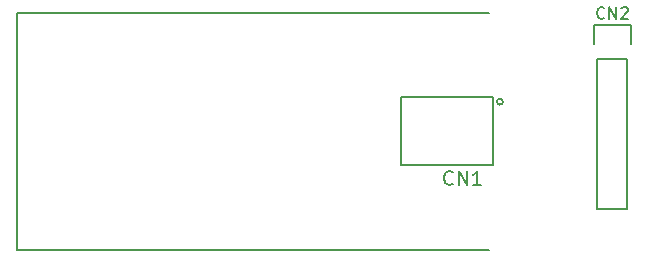
<source format=gbr>
G04 #@! TF.FileFunction,Legend,Top*
%FSLAX46Y46*%
G04 Gerber Fmt 4.6, Leading zero omitted, Abs format (unit mm)*
G04 Created by KiCad (PCBNEW 4.0.4-stable) date *
%MOMM*%
%LPD*%
G01*
G04 APERTURE LIST*
%ADD10C,0.100000*%
%ADD11C,0.200000*%
%ADD12C,0.150000*%
G04 APERTURE END LIST*
D10*
D11*
X121000000Y-96500000D02*
X121000000Y-116500000D01*
X161000000Y-116500000D02*
X121000000Y-116500000D01*
X121000000Y-96500000D02*
X161000000Y-96500000D01*
D12*
X162170000Y-103970000D02*
G75*
G03X162170000Y-103970000I-250000J0D01*
G01*
X161330025Y-103570000D02*
X153520000Y-103570000D01*
X153520000Y-103570000D02*
X153520000Y-109370000D01*
X153520000Y-109370000D02*
X161320000Y-109370000D01*
X161320000Y-109370000D02*
X161320000Y-103569923D01*
X172720000Y-100330000D02*
X172720000Y-113030000D01*
X172720000Y-113030000D02*
X170180000Y-113030000D01*
X170180000Y-113030000D02*
X170180000Y-100330000D01*
X173000000Y-97510000D02*
X173000000Y-99060000D01*
X172720000Y-100330000D02*
X170180000Y-100330000D01*
X169900000Y-99060000D02*
X169900000Y-97510000D01*
X169900000Y-97510000D02*
X173000000Y-97510000D01*
X157921429Y-110918571D02*
X157864286Y-110975714D01*
X157692857Y-111032857D01*
X157578571Y-111032857D01*
X157407143Y-110975714D01*
X157292857Y-110861429D01*
X157235714Y-110747143D01*
X157178571Y-110518571D01*
X157178571Y-110347143D01*
X157235714Y-110118571D01*
X157292857Y-110004286D01*
X157407143Y-109890000D01*
X157578571Y-109832857D01*
X157692857Y-109832857D01*
X157864286Y-109890000D01*
X157921429Y-109947143D01*
X158435714Y-111032857D02*
X158435714Y-109832857D01*
X159121429Y-111032857D01*
X159121429Y-109832857D01*
X160321429Y-111032857D02*
X159635714Y-111032857D01*
X159978572Y-111032857D02*
X159978572Y-109832857D01*
X159864286Y-110004286D01*
X159750000Y-110118571D01*
X159635714Y-110175714D01*
X170759524Y-96877143D02*
X170711905Y-96924762D01*
X170569048Y-96972381D01*
X170473810Y-96972381D01*
X170330952Y-96924762D01*
X170235714Y-96829524D01*
X170188095Y-96734286D01*
X170140476Y-96543810D01*
X170140476Y-96400952D01*
X170188095Y-96210476D01*
X170235714Y-96115238D01*
X170330952Y-96020000D01*
X170473810Y-95972381D01*
X170569048Y-95972381D01*
X170711905Y-96020000D01*
X170759524Y-96067619D01*
X171188095Y-96972381D02*
X171188095Y-95972381D01*
X171759524Y-96972381D01*
X171759524Y-95972381D01*
X172188095Y-96067619D02*
X172235714Y-96020000D01*
X172330952Y-95972381D01*
X172569048Y-95972381D01*
X172664286Y-96020000D01*
X172711905Y-96067619D01*
X172759524Y-96162857D01*
X172759524Y-96258095D01*
X172711905Y-96400952D01*
X172140476Y-96972381D01*
X172759524Y-96972381D01*
M02*

</source>
